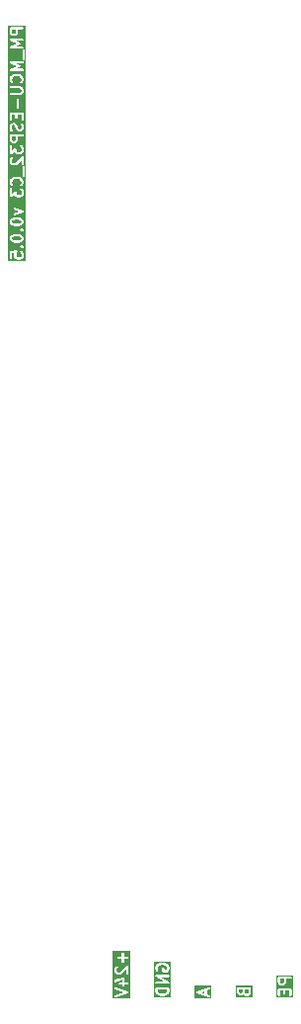
<source format=gbr>
%TF.GenerationSoftware,KiCad,Pcbnew,9.0.0*%
%TF.CreationDate,2025-03-09T10:42:14+03:00*%
%TF.ProjectId,PM_MCU-ESP32_C3,504d5f4d-4355-42d4-9553-5033325f4333,rev?*%
%TF.SameCoordinates,Original*%
%TF.FileFunction,Legend,Bot*%
%TF.FilePolarity,Positive*%
%FSLAX46Y46*%
G04 Gerber Fmt 4.6, Leading zero omitted, Abs format (unit mm)*
G04 Created by KiCad (PCBNEW 9.0.0) date 2025-03-09 10:42:14*
%MOMM*%
%LPD*%
G01*
G04 APERTURE LIST*
%ADD10C,0.200000*%
G04 APERTURE END LIST*
D10*
G36*
X21852219Y-46963862D02*
G01*
X21822414Y-47023471D01*
X21797746Y-47048138D01*
X21738135Y-47077945D01*
X21642492Y-47077945D01*
X21582882Y-47048140D01*
X21563430Y-47028688D01*
X21528409Y-46923623D01*
X21528409Y-46706517D01*
X21852219Y-46706517D01*
X21852219Y-46963862D01*
G37*
G36*
X21328409Y-46916243D02*
G01*
X21298604Y-46975852D01*
X21273935Y-47000520D01*
X21214326Y-47030326D01*
X21166302Y-47030326D01*
X21106692Y-47000521D01*
X21082024Y-46975852D01*
X21052219Y-46916242D01*
X21052219Y-46706517D01*
X21328409Y-46706517D01*
X21328409Y-46916243D01*
G37*
G36*
X22163330Y-47389056D02*
G01*
X20741108Y-47389056D01*
X20741108Y-46606517D01*
X20852219Y-46606517D01*
X20852219Y-46939850D01*
X20854140Y-46959359D01*
X20855515Y-46962679D01*
X20855770Y-46966263D01*
X20862776Y-46984571D01*
X20910395Y-47079809D01*
X20915680Y-47088205D01*
X20916691Y-47090645D01*
X20918944Y-47093391D01*
X20920838Y-47096399D01*
X20922832Y-47098128D01*
X20929127Y-47105799D01*
X20976746Y-47153417D01*
X20984412Y-47159709D01*
X20986145Y-47161707D01*
X20989153Y-47163600D01*
X20991899Y-47165854D01*
X20994339Y-47166864D01*
X21002736Y-47172150D01*
X21097973Y-47219769D01*
X21116282Y-47226775D01*
X21119865Y-47227029D01*
X21123186Y-47228405D01*
X21142695Y-47230326D01*
X21237933Y-47230326D01*
X21257442Y-47228405D01*
X21260762Y-47227029D01*
X21264346Y-47226775D01*
X21282654Y-47219769D01*
X21377892Y-47172150D01*
X21386288Y-47166864D01*
X21388728Y-47165854D01*
X21391474Y-47163600D01*
X21394482Y-47161707D01*
X21396211Y-47159712D01*
X21403882Y-47153418D01*
X21404670Y-47152629D01*
X21405317Y-47153418D01*
X21452936Y-47201036D01*
X21460602Y-47207328D01*
X21462335Y-47209326D01*
X21465343Y-47211219D01*
X21468089Y-47213473D01*
X21470529Y-47214483D01*
X21478926Y-47219769D01*
X21574163Y-47267388D01*
X21592472Y-47274394D01*
X21596055Y-47274648D01*
X21599376Y-47276024D01*
X21618885Y-47277945D01*
X21761742Y-47277945D01*
X21781251Y-47276024D01*
X21784571Y-47274648D01*
X21788155Y-47274394D01*
X21806463Y-47267388D01*
X21901701Y-47219769D01*
X21910093Y-47214485D01*
X21912537Y-47213474D01*
X21915286Y-47211217D01*
X21918291Y-47209326D01*
X21920020Y-47207331D01*
X21927690Y-47201037D01*
X21975310Y-47153419D01*
X21981603Y-47145750D01*
X21983600Y-47144019D01*
X21985493Y-47141010D01*
X21987747Y-47138265D01*
X21988757Y-47135824D01*
X21994043Y-47127428D01*
X22041662Y-47032191D01*
X22048668Y-47013882D01*
X22048922Y-47010298D01*
X22050298Y-47006978D01*
X22052219Y-46987469D01*
X22052219Y-46606517D01*
X22050298Y-46587008D01*
X22035366Y-46550960D01*
X22007776Y-46523370D01*
X21971728Y-46508438D01*
X21952219Y-46506517D01*
X20952219Y-46506517D01*
X20932710Y-46508438D01*
X20896662Y-46523370D01*
X20869072Y-46550960D01*
X20854140Y-46587008D01*
X20852219Y-46606517D01*
X20741108Y-46606517D01*
X20741108Y-46395406D01*
X22163330Y-46395406D01*
X22163330Y-47389056D01*
G37*
G36*
X24876028Y-46059100D02*
G01*
X24846223Y-46118709D01*
X24821554Y-46143377D01*
X24761945Y-46173183D01*
X24666302Y-46173183D01*
X24606692Y-46143378D01*
X24582024Y-46118709D01*
X24552219Y-46059099D01*
X24552219Y-45801755D01*
X24876028Y-45801755D01*
X24876028Y-46059100D01*
G37*
G36*
X25663330Y-47387135D02*
G01*
X24241108Y-47387135D01*
X24241108Y-46701755D01*
X24352219Y-46701755D01*
X24352219Y-47177945D01*
X24354140Y-47197454D01*
X24369072Y-47233502D01*
X24396662Y-47261092D01*
X24432710Y-47276024D01*
X24471728Y-47276024D01*
X24507776Y-47261092D01*
X24535366Y-47233502D01*
X24550298Y-47197454D01*
X24552219Y-47177945D01*
X24552219Y-46801755D01*
X24828409Y-46801755D01*
X24828409Y-47035088D01*
X24830330Y-47054597D01*
X24845262Y-47090645D01*
X24872852Y-47118235D01*
X24908900Y-47133167D01*
X24947918Y-47133167D01*
X24983966Y-47118235D01*
X25011556Y-47090645D01*
X25026488Y-47054597D01*
X25028409Y-47035088D01*
X25028409Y-46801755D01*
X25352219Y-46801755D01*
X25352219Y-47177945D01*
X25354140Y-47197454D01*
X25369072Y-47233502D01*
X25396662Y-47261092D01*
X25432710Y-47276024D01*
X25471728Y-47276024D01*
X25507776Y-47261092D01*
X25535366Y-47233502D01*
X25550298Y-47197454D01*
X25552219Y-47177945D01*
X25552219Y-46701755D01*
X25550298Y-46682246D01*
X25535366Y-46646198D01*
X25507776Y-46618608D01*
X25471728Y-46603676D01*
X25452219Y-46601755D01*
X24452219Y-46601755D01*
X24432710Y-46603676D01*
X24396662Y-46618608D01*
X24369072Y-46646198D01*
X24354140Y-46682246D01*
X24352219Y-46701755D01*
X24241108Y-46701755D01*
X24241108Y-45701755D01*
X24352219Y-45701755D01*
X24352219Y-46082707D01*
X24354140Y-46102216D01*
X24355515Y-46105536D01*
X24355770Y-46109120D01*
X24362776Y-46127428D01*
X24410395Y-46222666D01*
X24415680Y-46231062D01*
X24416691Y-46233502D01*
X24418944Y-46236248D01*
X24420838Y-46239256D01*
X24422832Y-46240985D01*
X24429127Y-46248656D01*
X24476746Y-46296274D01*
X24484412Y-46302566D01*
X24486145Y-46304564D01*
X24489153Y-46306457D01*
X24491899Y-46308711D01*
X24494339Y-46309721D01*
X24502736Y-46315007D01*
X24597973Y-46362626D01*
X24616282Y-46369632D01*
X24619865Y-46369886D01*
X24623186Y-46371262D01*
X24642695Y-46373183D01*
X24785552Y-46373183D01*
X24805061Y-46371262D01*
X24808381Y-46369886D01*
X24811965Y-46369632D01*
X24830273Y-46362626D01*
X24925511Y-46315007D01*
X24933907Y-46309721D01*
X24936347Y-46308711D01*
X24939093Y-46306457D01*
X24942101Y-46304564D01*
X24943830Y-46302569D01*
X24951501Y-46296275D01*
X24999119Y-46248656D01*
X25005411Y-46240989D01*
X25007409Y-46239257D01*
X25009302Y-46236248D01*
X25011556Y-46233503D01*
X25012566Y-46231062D01*
X25017852Y-46222666D01*
X25065471Y-46127429D01*
X25072477Y-46109120D01*
X25072731Y-46105536D01*
X25074107Y-46102216D01*
X25076028Y-46082707D01*
X25076028Y-45801755D01*
X25452219Y-45801755D01*
X25471728Y-45799834D01*
X25507776Y-45784902D01*
X25535366Y-45757312D01*
X25550298Y-45721264D01*
X25550298Y-45682246D01*
X25535366Y-45646198D01*
X25507776Y-45618608D01*
X25471728Y-45603676D01*
X25452219Y-45601755D01*
X24452219Y-45601755D01*
X24432710Y-45603676D01*
X24396662Y-45618608D01*
X24369072Y-45646198D01*
X24354140Y-45682246D01*
X24352219Y-45701755D01*
X24241108Y-45701755D01*
X24241108Y-45490644D01*
X25663330Y-45490644D01*
X25663330Y-47387135D01*
G37*
G36*
X2226837Y17774071D02*
G01*
X2297746Y17738616D01*
X2322414Y17713949D01*
X2352219Y17654339D01*
X2352219Y17606315D01*
X2322414Y17546706D01*
X2297746Y17522039D01*
X2226837Y17486584D01*
X2058956Y17444613D01*
X1845480Y17444613D01*
X1677599Y17486584D01*
X1606692Y17522037D01*
X1582024Y17546706D01*
X1552219Y17606316D01*
X1552219Y17654339D01*
X1582024Y17713949D01*
X1606692Y17738618D01*
X1677599Y17774071D01*
X1845480Y17816041D01*
X2058956Y17816041D01*
X2226837Y17774071D01*
G37*
G36*
X2226837Y19202642D02*
G01*
X2297746Y19167187D01*
X2322414Y19142520D01*
X2352219Y19082910D01*
X2352219Y19034886D01*
X2322414Y18975277D01*
X2297746Y18950610D01*
X2226837Y18915155D01*
X2058956Y18873184D01*
X1845480Y18873184D01*
X1677599Y18915155D01*
X1606692Y18950608D01*
X1582024Y18975277D01*
X1552219Y19034887D01*
X1552219Y19082910D01*
X1582024Y19142520D01*
X1606692Y19167189D01*
X1677599Y19202642D01*
X1845480Y19244612D01*
X2058956Y19244612D01*
X2226837Y19202642D01*
G37*
G36*
X1876028Y26082506D02*
G01*
X1846223Y26022897D01*
X1821554Y25998229D01*
X1761945Y25968423D01*
X1666302Y25968423D01*
X1606692Y25998228D01*
X1582024Y26022897D01*
X1552219Y26082507D01*
X1552219Y26339851D01*
X1876028Y26339851D01*
X1876028Y26082506D01*
G37*
G36*
X1876028Y35272982D02*
G01*
X1846223Y35213373D01*
X1821554Y35188705D01*
X1761945Y35158899D01*
X1666302Y35158899D01*
X1606692Y35188704D01*
X1582024Y35213373D01*
X1552219Y35272983D01*
X1552219Y35530327D01*
X1876028Y35530327D01*
X1876028Y35272982D01*
G37*
G36*
X2758568Y15704931D02*
G01*
X1241108Y15704931D01*
X1241108Y16439851D01*
X1352219Y16439851D01*
X1352219Y15963661D01*
X1354140Y15944152D01*
X1369072Y15908104D01*
X1396662Y15880514D01*
X1432710Y15865582D01*
X1471728Y15865582D01*
X1507776Y15880514D01*
X1535366Y15908104D01*
X1550298Y15944152D01*
X1552219Y15963661D01*
X1552219Y16349352D01*
X1736491Y16367780D01*
X1736467Y16367443D01*
X1735092Y16364122D01*
X1733171Y16344613D01*
X1733171Y16106518D01*
X1735092Y16087009D01*
X1736467Y16083689D01*
X1736722Y16080105D01*
X1743728Y16061797D01*
X1791347Y15966559D01*
X1796632Y15958163D01*
X1797643Y15955723D01*
X1799896Y15952977D01*
X1801790Y15949969D01*
X1803784Y15948240D01*
X1810079Y15940569D01*
X1857698Y15892951D01*
X1865364Y15886659D01*
X1867097Y15884661D01*
X1870105Y15882768D01*
X1872851Y15880514D01*
X1875291Y15879504D01*
X1883688Y15874218D01*
X1978925Y15826599D01*
X1997234Y15819593D01*
X2000817Y15819339D01*
X2004138Y15817963D01*
X2023647Y15816042D01*
X2261742Y15816042D01*
X2281251Y15817963D01*
X2284571Y15819339D01*
X2288155Y15819593D01*
X2306463Y15826599D01*
X2401701Y15874218D01*
X2410093Y15879502D01*
X2412537Y15880513D01*
X2415286Y15882770D01*
X2418291Y15884661D01*
X2420020Y15886656D01*
X2427690Y15892950D01*
X2475310Y15940568D01*
X2481603Y15948237D01*
X2483600Y15949968D01*
X2485493Y15952977D01*
X2487747Y15955722D01*
X2488757Y15958163D01*
X2494043Y15966559D01*
X2541662Y16061796D01*
X2548668Y16080105D01*
X2548922Y16083689D01*
X2550298Y16087009D01*
X2552219Y16106518D01*
X2552219Y16344613D01*
X2550298Y16364122D01*
X2548922Y16367443D01*
X2548668Y16371026D01*
X2541662Y16389335D01*
X2494043Y16484572D01*
X2488757Y16492969D01*
X2487747Y16495409D01*
X2485493Y16498155D01*
X2483600Y16501163D01*
X2481603Y16502895D01*
X2475310Y16510563D01*
X2427690Y16558181D01*
X2412537Y16570618D01*
X2376488Y16585549D01*
X2337470Y16585548D01*
X2301422Y16570617D01*
X2273832Y16543027D01*
X2258901Y16506978D01*
X2258902Y16467960D01*
X2273833Y16431912D01*
X2286270Y16416759D01*
X2322414Y16380616D01*
X2352219Y16321006D01*
X2352219Y16130125D01*
X2322414Y16070516D01*
X2297746Y16045849D01*
X2238135Y16016042D01*
X2047254Y16016042D01*
X1987644Y16045847D01*
X1962976Y16070516D01*
X1933171Y16130126D01*
X1933171Y16321006D01*
X1962976Y16380616D01*
X1999119Y16416759D01*
X2011556Y16431912D01*
X2013483Y16436567D01*
X2016671Y16440462D01*
X2020893Y16454456D01*
X2026487Y16467961D01*
X2026487Y16472995D01*
X2027942Y16477817D01*
X2026487Y16492369D01*
X2026487Y16506979D01*
X2024561Y16511629D01*
X2024060Y16516641D01*
X2017148Y16529525D01*
X2011556Y16543027D01*
X2007995Y16546588D01*
X2005615Y16551025D01*
X1994302Y16560281D01*
X1983966Y16570617D01*
X1979313Y16572545D01*
X1975417Y16575732D01*
X1961422Y16579955D01*
X1947918Y16585548D01*
X1942884Y16585548D01*
X1938062Y16587003D01*
X1918459Y16586974D01*
X1442269Y16539355D01*
X1435160Y16537930D01*
X1432710Y16537930D01*
X1430412Y16536979D01*
X1423048Y16535502D01*
X1410167Y16528593D01*
X1396662Y16522998D01*
X1393101Y16519438D01*
X1388664Y16517057D01*
X1379408Y16505745D01*
X1369072Y16495408D01*
X1367144Y16490756D01*
X1363957Y16486859D01*
X1359736Y16472870D01*
X1354140Y16459360D01*
X1353403Y16451883D01*
X1352686Y16449504D01*
X1352929Y16447068D01*
X1352219Y16439851D01*
X1241108Y16439851D01*
X1241108Y16935550D01*
X2258901Y16935550D01*
X2258901Y16896532D01*
X2260385Y16892949D01*
X2273832Y16860484D01*
X2273833Y16860483D01*
X2286270Y16845330D01*
X2333890Y16797711D01*
X2349043Y16785274D01*
X2374533Y16774717D01*
X2385091Y16770343D01*
X2385092Y16770343D01*
X2424109Y16770343D01*
X2445226Y16779091D01*
X2460158Y16785275D01*
X2460162Y16785280D01*
X2475311Y16797711D01*
X2522929Y16845330D01*
X2535366Y16860483D01*
X2546735Y16887931D01*
X2550298Y16896532D01*
X2550298Y16935550D01*
X2535366Y16971598D01*
X2535366Y16971599D01*
X2522929Y16986752D01*
X2475311Y17034371D01*
X2460162Y17046803D01*
X2460158Y17046807D01*
X2445226Y17052992D01*
X2424109Y17061739D01*
X2385091Y17061739D01*
X2374533Y17057366D01*
X2349043Y17046808D01*
X2333890Y17034371D01*
X2286270Y16986752D01*
X2273833Y16971599D01*
X2273832Y16971598D01*
X2263274Y16946108D01*
X2258901Y16935550D01*
X1241108Y16935550D01*
X1241108Y17677946D01*
X1352219Y17677946D01*
X1352219Y17582708D01*
X1354140Y17563199D01*
X1355515Y17559879D01*
X1355770Y17556295D01*
X1362776Y17537987D01*
X1410395Y17442749D01*
X1415680Y17434353D01*
X1416691Y17431913D01*
X1418944Y17429167D01*
X1420838Y17426159D01*
X1422832Y17424430D01*
X1429127Y17416759D01*
X1476746Y17369141D01*
X1484412Y17362849D01*
X1486145Y17360851D01*
X1489153Y17358958D01*
X1491899Y17356704D01*
X1494339Y17355694D01*
X1502736Y17350408D01*
X1597973Y17302789D01*
X1599401Y17302243D01*
X1599981Y17301813D01*
X1608157Y17298892D01*
X1616282Y17295783D01*
X1617002Y17295732D01*
X1618441Y17295218D01*
X1808917Y17247599D01*
X1812298Y17247099D01*
X1813662Y17246534D01*
X1821012Y17245811D01*
X1828310Y17244731D01*
X1829768Y17244949D01*
X1833171Y17244613D01*
X2071266Y17244613D01*
X2074668Y17244949D01*
X2076127Y17244731D01*
X2083424Y17245811D01*
X2090775Y17246534D01*
X2092138Y17247099D01*
X2095520Y17247599D01*
X2285995Y17295218D01*
X2287432Y17295732D01*
X2288155Y17295783D01*
X2296279Y17298892D01*
X2304456Y17301813D01*
X2305036Y17302244D01*
X2306463Y17302789D01*
X2401701Y17350408D01*
X2410093Y17355692D01*
X2412537Y17356703D01*
X2415286Y17358960D01*
X2418291Y17360851D01*
X2420020Y17362846D01*
X2427690Y17369140D01*
X2475310Y17416758D01*
X2481603Y17424427D01*
X2483600Y17426158D01*
X2485493Y17429167D01*
X2487747Y17431912D01*
X2488757Y17434353D01*
X2494043Y17442749D01*
X2541662Y17537986D01*
X2548668Y17556295D01*
X2548922Y17559879D01*
X2550298Y17563199D01*
X2552219Y17582708D01*
X2552219Y17677946D01*
X2550298Y17697455D01*
X2548922Y17700776D01*
X2548668Y17704359D01*
X2541662Y17722668D01*
X2494043Y17817905D01*
X2488757Y17826302D01*
X2487747Y17828742D01*
X2485493Y17831488D01*
X2483600Y17834496D01*
X2481603Y17836228D01*
X2475310Y17843896D01*
X2427690Y17891514D01*
X2420020Y17897809D01*
X2418291Y17899803D01*
X2415286Y17901695D01*
X2412537Y17903951D01*
X2410093Y17904963D01*
X2401701Y17910246D01*
X2306463Y17957865D01*
X2305036Y17958411D01*
X2304456Y17958841D01*
X2296279Y17961763D01*
X2288155Y17964871D01*
X2287432Y17964923D01*
X2285995Y17965436D01*
X2095520Y18013055D01*
X2092138Y18013556D01*
X2090775Y18014120D01*
X2083424Y18014844D01*
X2076127Y18015923D01*
X2074668Y18015706D01*
X2071266Y18016041D01*
X1833171Y18016041D01*
X1829768Y18015706D01*
X1828310Y18015923D01*
X1821012Y18014844D01*
X1813662Y18014120D01*
X1812298Y18013556D01*
X1808917Y18013055D01*
X1618441Y17965436D01*
X1617002Y17964923D01*
X1616282Y17964871D01*
X1608157Y17961763D01*
X1599981Y17958841D01*
X1599401Y17958412D01*
X1597973Y17957865D01*
X1502736Y17910246D01*
X1494339Y17904961D01*
X1491899Y17903950D01*
X1489153Y17901697D01*
X1486145Y17899803D01*
X1484412Y17897806D01*
X1476746Y17891513D01*
X1429127Y17843895D01*
X1422832Y17836225D01*
X1420838Y17834495D01*
X1418944Y17831488D01*
X1416691Y17828741D01*
X1415680Y17826302D01*
X1410395Y17817905D01*
X1362776Y17722667D01*
X1355770Y17704359D01*
X1355515Y17700776D01*
X1354140Y17697455D01*
X1352219Y17677946D01*
X1241108Y17677946D01*
X1241108Y18364121D01*
X2258901Y18364121D01*
X2258901Y18325103D01*
X2260385Y18321520D01*
X2273832Y18289055D01*
X2273833Y18289054D01*
X2286270Y18273901D01*
X2333890Y18226282D01*
X2349043Y18213845D01*
X2374533Y18203288D01*
X2385091Y18198914D01*
X2385092Y18198914D01*
X2424109Y18198914D01*
X2445226Y18207662D01*
X2460158Y18213846D01*
X2460162Y18213851D01*
X2475311Y18226282D01*
X2522929Y18273901D01*
X2535366Y18289054D01*
X2546735Y18316502D01*
X2550298Y18325103D01*
X2550298Y18364121D01*
X2535366Y18400169D01*
X2535366Y18400170D01*
X2522929Y18415323D01*
X2475311Y18462942D01*
X2460162Y18475374D01*
X2460158Y18475378D01*
X2445226Y18481563D01*
X2424109Y18490310D01*
X2385091Y18490310D01*
X2374533Y18485937D01*
X2349043Y18475379D01*
X2333890Y18462942D01*
X2286270Y18415323D01*
X2273833Y18400170D01*
X2273832Y18400169D01*
X2263274Y18374679D01*
X2258901Y18364121D01*
X1241108Y18364121D01*
X1241108Y19106517D01*
X1352219Y19106517D01*
X1352219Y19011279D01*
X1354140Y18991770D01*
X1355515Y18988450D01*
X1355770Y18984866D01*
X1362776Y18966558D01*
X1410395Y18871320D01*
X1415680Y18862924D01*
X1416691Y18860484D01*
X1418944Y18857738D01*
X1420838Y18854730D01*
X1422832Y18853001D01*
X1429127Y18845330D01*
X1476746Y18797712D01*
X1484412Y18791420D01*
X1486145Y18789422D01*
X1489153Y18787529D01*
X1491899Y18785275D01*
X1494339Y18784265D01*
X1502736Y18778979D01*
X1597973Y18731360D01*
X1599401Y18730814D01*
X1599981Y18730384D01*
X1608157Y18727463D01*
X1616282Y18724354D01*
X1617002Y18724303D01*
X1618441Y18723789D01*
X1808917Y18676170D01*
X1812298Y18675670D01*
X1813662Y18675105D01*
X1821012Y18674382D01*
X1828310Y18673302D01*
X1829768Y18673520D01*
X1833171Y18673184D01*
X2071266Y18673184D01*
X2074668Y18673520D01*
X2076127Y18673302D01*
X2083424Y18674382D01*
X2090775Y18675105D01*
X2092138Y18675670D01*
X2095520Y18676170D01*
X2285995Y18723789D01*
X2287432Y18724303D01*
X2288155Y18724354D01*
X2296279Y18727463D01*
X2304456Y18730384D01*
X2305036Y18730815D01*
X2306463Y18731360D01*
X2401701Y18778979D01*
X2410093Y18784263D01*
X2412537Y18785274D01*
X2415286Y18787531D01*
X2418291Y18789422D01*
X2420020Y18791417D01*
X2427690Y18797711D01*
X2475310Y18845329D01*
X2481603Y18852998D01*
X2483600Y18854729D01*
X2485493Y18857738D01*
X2487747Y18860483D01*
X2488757Y18862924D01*
X2494043Y18871320D01*
X2541662Y18966557D01*
X2548668Y18984866D01*
X2548922Y18988450D01*
X2550298Y18991770D01*
X2552219Y19011279D01*
X2552219Y19106517D01*
X2550298Y19126026D01*
X2548922Y19129347D01*
X2548668Y19132930D01*
X2541662Y19151239D01*
X2494043Y19246476D01*
X2488757Y19254873D01*
X2487747Y19257313D01*
X2485493Y19260059D01*
X2483600Y19263067D01*
X2481603Y19264799D01*
X2475310Y19272467D01*
X2427690Y19320085D01*
X2420020Y19326380D01*
X2418291Y19328374D01*
X2415286Y19330266D01*
X2412537Y19332522D01*
X2410093Y19333534D01*
X2401701Y19338817D01*
X2306463Y19386436D01*
X2305036Y19386982D01*
X2304456Y19387412D01*
X2296279Y19390334D01*
X2288155Y19393442D01*
X2287432Y19393494D01*
X2285995Y19394007D01*
X2095520Y19441626D01*
X2092138Y19442127D01*
X2090775Y19442691D01*
X2083424Y19443415D01*
X2076127Y19444494D01*
X2074668Y19444277D01*
X2071266Y19444612D01*
X1833171Y19444612D01*
X1829768Y19444277D01*
X1828310Y19444494D01*
X1821012Y19443415D01*
X1813662Y19442691D01*
X1812298Y19442127D01*
X1808917Y19441626D01*
X1618441Y19394007D01*
X1617002Y19393494D01*
X1616282Y19393442D01*
X1608157Y19390334D01*
X1599981Y19387412D01*
X1599401Y19386983D01*
X1597973Y19386436D01*
X1502736Y19338817D01*
X1494339Y19333532D01*
X1491899Y19332521D01*
X1489153Y19330268D01*
X1486145Y19328374D01*
X1484412Y19326377D01*
X1476746Y19320084D01*
X1429127Y19272466D01*
X1422832Y19264796D01*
X1420838Y19263066D01*
X1418944Y19260059D01*
X1416691Y19257312D01*
X1415680Y19254873D01*
X1410395Y19246476D01*
X1362776Y19151238D01*
X1355770Y19132930D01*
X1355515Y19129347D01*
X1354140Y19126026D01*
X1352219Y19106517D01*
X1241108Y19106517D01*
X1241108Y20168751D01*
X1686625Y20168751D01*
X1688563Y20129781D01*
X1705266Y20094519D01*
X1734192Y20068332D01*
X1751918Y20059962D01*
X2154897Y19916041D01*
X1751918Y19772120D01*
X1734192Y19763750D01*
X1705266Y19737563D01*
X1688563Y19702301D01*
X1686625Y19663331D01*
X1699748Y19626586D01*
X1725935Y19597660D01*
X1761197Y19580957D01*
X1800167Y19579019D01*
X1819186Y19583772D01*
X2485852Y19821867D01*
X2503579Y19830237D01*
X2507301Y19833608D01*
X2511836Y19835755D01*
X2521657Y19846605D01*
X2532504Y19856424D01*
X2534651Y19860959D01*
X2538022Y19864681D01*
X2542943Y19878463D01*
X2549208Y19891686D01*
X2549457Y19896701D01*
X2551145Y19901426D01*
X2550418Y19916041D01*
X2551145Y19930656D01*
X2549457Y19935382D01*
X2549208Y19940396D01*
X2542943Y19953620D01*
X2538022Y19967401D01*
X2534651Y19971124D01*
X2532504Y19975658D01*
X2521657Y19985478D01*
X2511836Y19996327D01*
X2507301Y19998475D01*
X2503579Y20001845D01*
X2485852Y20010215D01*
X1819186Y20248310D01*
X1800167Y20253063D01*
X1761197Y20251125D01*
X1725935Y20234422D01*
X1699748Y20205496D01*
X1686625Y20168751D01*
X1241108Y20168751D01*
X1241108Y21868422D01*
X1352219Y21868422D01*
X1352219Y21249375D01*
X1353234Y21239058D01*
X1353060Y21236433D01*
X1353671Y21234626D01*
X1354140Y21229866D01*
X1360355Y21214861D01*
X1365560Y21199472D01*
X1367781Y21196933D01*
X1369072Y21193818D01*
X1380556Y21182334D01*
X1391254Y21170108D01*
X1394277Y21168613D01*
X1396662Y21166228D01*
X1411668Y21160012D01*
X1426229Y21152811D01*
X1429594Y21152587D01*
X1432710Y21151296D01*
X1448958Y21151296D01*
X1465161Y21150216D01*
X1468354Y21151296D01*
X1471728Y21151296D01*
X1486733Y21157512D01*
X1502122Y21162716D01*
X1506012Y21165498D01*
X1507776Y21166228D01*
X1509635Y21168088D01*
X1518069Y21174117D01*
X1751923Y21378740D01*
X1791347Y21299892D01*
X1796632Y21291496D01*
X1797643Y21289056D01*
X1799896Y21286310D01*
X1801790Y21283302D01*
X1803784Y21281573D01*
X1810079Y21273902D01*
X1857698Y21226284D01*
X1865364Y21219992D01*
X1867097Y21217994D01*
X1870105Y21216101D01*
X1872851Y21213847D01*
X1875291Y21212837D01*
X1883688Y21207551D01*
X1978925Y21159932D01*
X1997234Y21152926D01*
X2000817Y21152672D01*
X2004138Y21151296D01*
X2023647Y21149375D01*
X2261742Y21149375D01*
X2281251Y21151296D01*
X2284571Y21152672D01*
X2288155Y21152926D01*
X2306463Y21159932D01*
X2401701Y21207551D01*
X2410093Y21212835D01*
X2412537Y21213846D01*
X2415286Y21216103D01*
X2418291Y21217994D01*
X2420020Y21219989D01*
X2427690Y21226283D01*
X2475310Y21273901D01*
X2481603Y21281570D01*
X2483600Y21283301D01*
X2485493Y21286310D01*
X2487747Y21289055D01*
X2488757Y21291496D01*
X2494043Y21299892D01*
X2541662Y21395129D01*
X2548668Y21413438D01*
X2548922Y21417022D01*
X2550298Y21420342D01*
X2552219Y21439851D01*
X2552219Y21725565D01*
X2550298Y21745074D01*
X2548922Y21748395D01*
X2548668Y21751978D01*
X2541662Y21770287D01*
X2494043Y21865524D01*
X2488757Y21873921D01*
X2487747Y21876361D01*
X2485493Y21879107D01*
X2483600Y21882115D01*
X2481603Y21883847D01*
X2475310Y21891515D01*
X2427690Y21939133D01*
X2412537Y21951570D01*
X2376488Y21966501D01*
X2337470Y21966500D01*
X2301422Y21951569D01*
X2273832Y21923979D01*
X2258901Y21887930D01*
X2258902Y21848912D01*
X2273833Y21812864D01*
X2286270Y21797711D01*
X2322414Y21761568D01*
X2352219Y21701958D01*
X2352219Y21463458D01*
X2322414Y21403849D01*
X2297746Y21379182D01*
X2238135Y21349375D01*
X2047254Y21349375D01*
X1987644Y21379180D01*
X1962976Y21403849D01*
X1933171Y21463459D01*
X1933171Y21582708D01*
X1932155Y21593026D01*
X1932330Y21595650D01*
X1931718Y21597458D01*
X1931250Y21602217D01*
X1925035Y21617221D01*
X1919830Y21632612D01*
X1917607Y21635152D01*
X1916318Y21638265D01*
X1904840Y21649743D01*
X1894136Y21661976D01*
X1891111Y21663472D01*
X1888728Y21665855D01*
X1873726Y21672070D01*
X1859161Y21679272D01*
X1855795Y21679497D01*
X1852680Y21680787D01*
X1836432Y21680787D01*
X1820229Y21681867D01*
X1817036Y21680787D01*
X1813662Y21680787D01*
X1798656Y21674572D01*
X1783268Y21669367D01*
X1779377Y21666586D01*
X1777614Y21665855D01*
X1775754Y21663996D01*
X1767321Y21657966D01*
X1552219Y21469752D01*
X1552219Y21868422D01*
X1550298Y21887931D01*
X1535366Y21923979D01*
X1507776Y21951569D01*
X1471728Y21966501D01*
X1432710Y21966501D01*
X1396662Y21951569D01*
X1369072Y21923979D01*
X1354140Y21887931D01*
X1352219Y21868422D01*
X1241108Y21868422D01*
X1241108Y22487470D01*
X1352219Y22487470D01*
X1352219Y22392232D01*
X1353191Y22382359D01*
X1353004Y22379725D01*
X1353791Y22376262D01*
X1354140Y22372723D01*
X1355151Y22370281D01*
X1357351Y22360609D01*
X1404970Y22217753D01*
X1412961Y22199852D01*
X1415316Y22197137D01*
X1416691Y22193818D01*
X1429127Y22178664D01*
X1476746Y22131046D01*
X1491899Y22118609D01*
X1527948Y22103678D01*
X1566966Y22103678D01*
X1603014Y22118609D01*
X1630604Y22146199D01*
X1645535Y22182247D01*
X1645535Y22221265D01*
X1630604Y22257314D01*
X1618167Y22272467D01*
X1587240Y22303394D01*
X1552219Y22408459D01*
X1552219Y22471243D01*
X1587240Y22576308D01*
X1654313Y22643380D01*
X1725218Y22678833D01*
X1893099Y22720803D01*
X2011337Y22720803D01*
X2179218Y22678833D01*
X2250127Y22643379D01*
X2317197Y22576309D01*
X2352219Y22471244D01*
X2352219Y22408459D01*
X2317197Y22303394D01*
X2286270Y22272467D01*
X2273833Y22257314D01*
X2258902Y22221266D01*
X2258901Y22182248D01*
X2273832Y22146199D01*
X2301422Y22118609D01*
X2337470Y22103678D01*
X2376488Y22103677D01*
X2412537Y22118608D01*
X2427690Y22131045D01*
X2475310Y22178663D01*
X2487747Y22193817D01*
X2489122Y22197137D01*
X2491477Y22199852D01*
X2499468Y22217752D01*
X2547087Y22360609D01*
X2549286Y22370282D01*
X2550298Y22372723D01*
X2550646Y22376261D01*
X2551434Y22379724D01*
X2551246Y22382359D01*
X2552219Y22392232D01*
X2552219Y22487470D01*
X2551246Y22497344D01*
X2551434Y22499978D01*
X2550646Y22503442D01*
X2550298Y22506979D01*
X2549286Y22509421D01*
X2547087Y22519093D01*
X2499468Y22661950D01*
X2491477Y22679850D01*
X2489122Y22682566D01*
X2487747Y22685885D01*
X2475311Y22701038D01*
X2380071Y22796276D01*
X2372401Y22802571D01*
X2370672Y22804565D01*
X2367667Y22806457D01*
X2364918Y22808713D01*
X2362474Y22809726D01*
X2354082Y22815008D01*
X2258844Y22862627D01*
X2257417Y22863173D01*
X2256837Y22863603D01*
X2248660Y22866525D01*
X2240536Y22869633D01*
X2239813Y22869685D01*
X2238376Y22870198D01*
X2047901Y22917817D01*
X2044519Y22918318D01*
X2043156Y22918882D01*
X2035805Y22919606D01*
X2028508Y22920685D01*
X2027049Y22920468D01*
X2023647Y22920803D01*
X1880790Y22920803D01*
X1877387Y22920468D01*
X1875929Y22920685D01*
X1868631Y22919606D01*
X1861281Y22918882D01*
X1859917Y22918318D01*
X1856536Y22917817D01*
X1666060Y22870198D01*
X1664621Y22869685D01*
X1663901Y22869633D01*
X1655776Y22866525D01*
X1647600Y22863603D01*
X1647020Y22863174D01*
X1645592Y22862627D01*
X1550355Y22815008D01*
X1541956Y22809722D01*
X1539519Y22808712D01*
X1536775Y22806461D01*
X1533764Y22804565D01*
X1532031Y22802568D01*
X1524365Y22796276D01*
X1429127Y22701038D01*
X1416691Y22685884D01*
X1415316Y22682566D01*
X1412961Y22679850D01*
X1404970Y22661949D01*
X1357351Y22519093D01*
X1355151Y22509422D01*
X1354140Y22506979D01*
X1353791Y22503441D01*
X1353004Y22499977D01*
X1353191Y22497344D01*
X1352219Y22487470D01*
X1241108Y22487470D01*
X1241108Y23773184D01*
X2447457Y23773184D01*
X2447457Y23011280D01*
X2449378Y22991771D01*
X2464310Y22955723D01*
X2491900Y22928133D01*
X2527948Y22913201D01*
X2566966Y22913201D01*
X2603014Y22928133D01*
X2630604Y22955723D01*
X2645536Y22991771D01*
X2647457Y23011280D01*
X2647457Y23773184D01*
X2645536Y23792693D01*
X2630604Y23828741D01*
X2603014Y23856331D01*
X2566966Y23871263D01*
X2527948Y23871263D01*
X2491900Y23856331D01*
X2464310Y23828741D01*
X2449378Y23792693D01*
X2447457Y23773184D01*
X1241108Y23773184D01*
X1241108Y24392232D01*
X1352219Y24392232D01*
X1352219Y24154137D01*
X1354140Y24134628D01*
X1355515Y24131308D01*
X1355770Y24127724D01*
X1362776Y24109416D01*
X1410395Y24014178D01*
X1415680Y24005782D01*
X1416691Y24003342D01*
X1418944Y24000596D01*
X1420838Y23997588D01*
X1422832Y23995859D01*
X1429127Y23988188D01*
X1476746Y23940570D01*
X1484412Y23934278D01*
X1486145Y23932280D01*
X1489153Y23930387D01*
X1491899Y23928133D01*
X1494339Y23927123D01*
X1502736Y23921837D01*
X1597973Y23874218D01*
X1616282Y23867212D01*
X1619865Y23866958D01*
X1623186Y23865582D01*
X1642695Y23863661D01*
X1737933Y23863661D01*
X1747806Y23864634D01*
X1750440Y23864446D01*
X1753903Y23865234D01*
X1757442Y23865582D01*
X1759884Y23866594D01*
X1769556Y23868793D01*
X1912412Y23916412D01*
X1930313Y23924403D01*
X1933028Y23926759D01*
X1936347Y23928133D01*
X1951501Y23940569D01*
X2352219Y24341287D01*
X2352219Y23963661D01*
X2354140Y23944152D01*
X2369072Y23908104D01*
X2396662Y23880514D01*
X2432710Y23865582D01*
X2471728Y23865582D01*
X2507776Y23880514D01*
X2535366Y23908104D01*
X2550298Y23944152D01*
X2552219Y23963661D01*
X2552219Y24582708D01*
X2550298Y24602217D01*
X2535366Y24638265D01*
X2507776Y24665855D01*
X2471728Y24680787D01*
X2432710Y24680787D01*
X2396662Y24665855D01*
X2381508Y24653419D01*
X1826770Y24098683D01*
X1721706Y24063661D01*
X1666302Y24063661D01*
X1606692Y24093466D01*
X1582024Y24118135D01*
X1552219Y24177745D01*
X1552219Y24368625D01*
X1582024Y24428235D01*
X1618167Y24464378D01*
X1630604Y24479531D01*
X1645535Y24515580D01*
X1645535Y24554598D01*
X1630604Y24590646D01*
X1603014Y24618236D01*
X1566966Y24633167D01*
X1527948Y24633167D01*
X1491899Y24618236D01*
X1476746Y24605799D01*
X1429127Y24558181D01*
X1422832Y24550511D01*
X1420838Y24548781D01*
X1418944Y24545774D01*
X1416691Y24543027D01*
X1415680Y24540588D01*
X1410395Y24532191D01*
X1362776Y24436953D01*
X1355770Y24418645D01*
X1355515Y24415062D01*
X1354140Y24411741D01*
X1352219Y24392232D01*
X1241108Y24392232D01*
X1241108Y25535089D01*
X1352219Y25535089D01*
X1352219Y24916042D01*
X1353234Y24905725D01*
X1353060Y24903100D01*
X1353671Y24901293D01*
X1354140Y24896533D01*
X1360355Y24881528D01*
X1365560Y24866139D01*
X1367781Y24863600D01*
X1369072Y24860485D01*
X1380556Y24849001D01*
X1391254Y24836775D01*
X1394277Y24835280D01*
X1396662Y24832895D01*
X1411668Y24826679D01*
X1426229Y24819478D01*
X1429594Y24819254D01*
X1432710Y24817963D01*
X1448958Y24817963D01*
X1465161Y24816883D01*
X1468354Y24817963D01*
X1471728Y24817963D01*
X1486733Y24824179D01*
X1502122Y24829383D01*
X1506012Y24832165D01*
X1507776Y24832895D01*
X1509635Y24834755D01*
X1518069Y24840784D01*
X1751923Y25045407D01*
X1791347Y24966559D01*
X1796632Y24958163D01*
X1797643Y24955723D01*
X1799896Y24952977D01*
X1801790Y24949969D01*
X1803784Y24948240D01*
X1810079Y24940569D01*
X1857698Y24892951D01*
X1865364Y24886659D01*
X1867097Y24884661D01*
X1870105Y24882768D01*
X1872851Y24880514D01*
X1875291Y24879504D01*
X1883688Y24874218D01*
X1978925Y24826599D01*
X1997234Y24819593D01*
X2000817Y24819339D01*
X2004138Y24817963D01*
X2023647Y24816042D01*
X2261742Y24816042D01*
X2281251Y24817963D01*
X2284571Y24819339D01*
X2288155Y24819593D01*
X2306463Y24826599D01*
X2401701Y24874218D01*
X2410093Y24879502D01*
X2412537Y24880513D01*
X2415286Y24882770D01*
X2418291Y24884661D01*
X2420020Y24886656D01*
X2427690Y24892950D01*
X2475310Y24940568D01*
X2481603Y24948237D01*
X2483600Y24949968D01*
X2485493Y24952977D01*
X2487747Y24955722D01*
X2488757Y24958163D01*
X2494043Y24966559D01*
X2541662Y25061796D01*
X2548668Y25080105D01*
X2548922Y25083689D01*
X2550298Y25087009D01*
X2552219Y25106518D01*
X2552219Y25392232D01*
X2550298Y25411741D01*
X2548922Y25415062D01*
X2548668Y25418645D01*
X2541662Y25436954D01*
X2494043Y25532191D01*
X2488757Y25540588D01*
X2487747Y25543028D01*
X2485493Y25545774D01*
X2483600Y25548782D01*
X2481603Y25550514D01*
X2475310Y25558182D01*
X2427690Y25605800D01*
X2412537Y25618237D01*
X2376488Y25633168D01*
X2337470Y25633167D01*
X2301422Y25618236D01*
X2273832Y25590646D01*
X2258901Y25554597D01*
X2258902Y25515579D01*
X2273833Y25479531D01*
X2286270Y25464378D01*
X2322414Y25428235D01*
X2352219Y25368625D01*
X2352219Y25130125D01*
X2322414Y25070516D01*
X2297746Y25045849D01*
X2238135Y25016042D01*
X2047254Y25016042D01*
X1987644Y25045847D01*
X1962976Y25070516D01*
X1933171Y25130126D01*
X1933171Y25249375D01*
X1932155Y25259693D01*
X1932330Y25262317D01*
X1931718Y25264125D01*
X1931250Y25268884D01*
X1925035Y25283888D01*
X1919830Y25299279D01*
X1917607Y25301819D01*
X1916318Y25304932D01*
X1904840Y25316410D01*
X1894136Y25328643D01*
X1891111Y25330139D01*
X1888728Y25332522D01*
X1873726Y25338737D01*
X1859161Y25345939D01*
X1855795Y25346164D01*
X1852680Y25347454D01*
X1836432Y25347454D01*
X1820229Y25348534D01*
X1817036Y25347454D01*
X1813662Y25347454D01*
X1798656Y25341239D01*
X1783268Y25336034D01*
X1779377Y25333253D01*
X1777614Y25332522D01*
X1775754Y25330663D01*
X1767321Y25324633D01*
X1552219Y25136419D01*
X1552219Y25535089D01*
X1550298Y25554598D01*
X1535366Y25590646D01*
X1507776Y25618236D01*
X1471728Y25633168D01*
X1432710Y25633168D01*
X1396662Y25618236D01*
X1369072Y25590646D01*
X1354140Y25554598D01*
X1352219Y25535089D01*
X1241108Y25535089D01*
X1241108Y26439851D01*
X1352219Y26439851D01*
X1352219Y26058899D01*
X1354140Y26039390D01*
X1355515Y26036070D01*
X1355770Y26032486D01*
X1362776Y26014178D01*
X1410395Y25918940D01*
X1415680Y25910544D01*
X1416691Y25908104D01*
X1418944Y25905358D01*
X1420838Y25902350D01*
X1422832Y25900621D01*
X1429127Y25892950D01*
X1476746Y25845332D01*
X1484412Y25839040D01*
X1486145Y25837042D01*
X1489153Y25835149D01*
X1491899Y25832895D01*
X1494339Y25831885D01*
X1502736Y25826599D01*
X1597973Y25778980D01*
X1616282Y25771974D01*
X1619865Y25771720D01*
X1623186Y25770344D01*
X1642695Y25768423D01*
X1785552Y25768423D01*
X1805061Y25770344D01*
X1808381Y25771720D01*
X1811965Y25771974D01*
X1830273Y25778980D01*
X1925511Y25826599D01*
X1933907Y25831885D01*
X1936347Y25832895D01*
X1939093Y25835149D01*
X1942101Y25837042D01*
X1943830Y25839037D01*
X1951501Y25845331D01*
X1999119Y25892950D01*
X2005411Y25900617D01*
X2007409Y25902349D01*
X2009302Y25905358D01*
X2011556Y25908103D01*
X2012566Y25910544D01*
X2017852Y25918940D01*
X2065471Y26014177D01*
X2072477Y26032486D01*
X2072731Y26036070D01*
X2074107Y26039390D01*
X2076028Y26058899D01*
X2076028Y26339851D01*
X2452219Y26339851D01*
X2471728Y26341772D01*
X2507776Y26356704D01*
X2535366Y26384294D01*
X2550298Y26420342D01*
X2550298Y26459360D01*
X2535366Y26495408D01*
X2507776Y26522998D01*
X2471728Y26537930D01*
X2452219Y26539851D01*
X1452219Y26539851D01*
X1432710Y26537930D01*
X1396662Y26522998D01*
X1369072Y26495408D01*
X1354140Y26459360D01*
X1352219Y26439851D01*
X1241108Y26439851D01*
X1241108Y27249375D01*
X1352219Y27249375D01*
X1352219Y27011280D01*
X1353191Y27001407D01*
X1353004Y26998773D01*
X1353791Y26995310D01*
X1354140Y26991771D01*
X1355151Y26989329D01*
X1357351Y26979657D01*
X1404970Y26836801D01*
X1412961Y26818900D01*
X1438526Y26789424D01*
X1473425Y26771975D01*
X1512345Y26769208D01*
X1549361Y26781547D01*
X1578837Y26807112D01*
X1596287Y26842011D01*
X1599053Y26880931D01*
X1594706Y26900046D01*
X1552219Y27027507D01*
X1552219Y27225768D01*
X1582024Y27285378D01*
X1606692Y27310047D01*
X1666302Y27339851D01*
X1714326Y27339851D01*
X1773935Y27310046D01*
X1798604Y27285378D01*
X1834057Y27214471D01*
X1879014Y27034646D01*
X1879527Y27033209D01*
X1879579Y27032486D01*
X1882687Y27024362D01*
X1885609Y27016185D01*
X1886039Y27015605D01*
X1886585Y27014178D01*
X1934204Y26918940D01*
X1939489Y26910544D01*
X1940500Y26908104D01*
X1942753Y26905358D01*
X1944647Y26902350D01*
X1946641Y26900621D01*
X1952936Y26892950D01*
X2000555Y26845332D01*
X2008221Y26839040D01*
X2009954Y26837042D01*
X2012962Y26835149D01*
X2015708Y26832895D01*
X2018148Y26831885D01*
X2026545Y26826599D01*
X2121782Y26778980D01*
X2140091Y26771974D01*
X2143674Y26771720D01*
X2146995Y26770344D01*
X2166504Y26768423D01*
X2261742Y26768423D01*
X2281251Y26770344D01*
X2284571Y26771720D01*
X2288155Y26771974D01*
X2306463Y26778980D01*
X2401701Y26826599D01*
X2410093Y26831883D01*
X2412537Y26832894D01*
X2415286Y26835151D01*
X2418291Y26837042D01*
X2420020Y26839037D01*
X2427690Y26845331D01*
X2475310Y26892949D01*
X2481603Y26900618D01*
X2483600Y26902349D01*
X2485493Y26905358D01*
X2487747Y26908103D01*
X2488757Y26910544D01*
X2494043Y26918940D01*
X2541662Y27014177D01*
X2548668Y27032486D01*
X2548922Y27036070D01*
X2550298Y27039390D01*
X2552219Y27058899D01*
X2552219Y27296994D01*
X2551246Y27306868D01*
X2551434Y27309502D01*
X2550646Y27312966D01*
X2550298Y27316503D01*
X2549286Y27318945D01*
X2547087Y27328617D01*
X2499468Y27471474D01*
X2491477Y27489374D01*
X2465912Y27518850D01*
X2431013Y27536300D01*
X2392093Y27539066D01*
X2355077Y27526728D01*
X2325601Y27501163D01*
X2308151Y27466264D01*
X2305385Y27427344D01*
X2309732Y27408228D01*
X2352219Y27280768D01*
X2352219Y27082506D01*
X2322414Y27022897D01*
X2297746Y26998230D01*
X2238135Y26968423D01*
X2190111Y26968423D01*
X2130501Y26998228D01*
X2105833Y27022897D01*
X2070379Y27093804D01*
X2025423Y27273629D01*
X2024909Y27275068D01*
X2024858Y27275788D01*
X2021749Y27283913D01*
X2018828Y27292089D01*
X2018398Y27292669D01*
X2017852Y27294097D01*
X1970233Y27389334D01*
X1964947Y27397731D01*
X1963937Y27400171D01*
X1961683Y27402917D01*
X1959790Y27405925D01*
X1957792Y27407658D01*
X1951500Y27415324D01*
X1903882Y27462943D01*
X1896211Y27469238D01*
X1894482Y27471232D01*
X1891474Y27473126D01*
X1888728Y27475379D01*
X1886288Y27476390D01*
X1877892Y27481675D01*
X1782654Y27529294D01*
X1764346Y27536300D01*
X1760762Y27536555D01*
X1757442Y27537930D01*
X1737933Y27539851D01*
X1642695Y27539851D01*
X1623186Y27537930D01*
X1619865Y27536555D01*
X1616282Y27536300D01*
X1597973Y27529294D01*
X1502736Y27481675D01*
X1494339Y27476390D01*
X1491899Y27475379D01*
X1489153Y27473126D01*
X1486145Y27471232D01*
X1484412Y27469235D01*
X1476746Y27462942D01*
X1429127Y27415324D01*
X1422832Y27407654D01*
X1420838Y27405924D01*
X1418944Y27402917D01*
X1416691Y27400170D01*
X1415680Y27397731D01*
X1410395Y27389334D01*
X1362776Y27294096D01*
X1355770Y27275788D01*
X1355515Y27272205D01*
X1354140Y27268884D01*
X1352219Y27249375D01*
X1241108Y27249375D01*
X1241108Y28296994D01*
X1352219Y28296994D01*
X1352219Y27820804D01*
X1354140Y27801295D01*
X1369072Y27765247D01*
X1396662Y27737657D01*
X1432710Y27722725D01*
X1471728Y27722725D01*
X1507776Y27737657D01*
X1535366Y27765247D01*
X1550298Y27801295D01*
X1552219Y27820804D01*
X1552219Y28196994D01*
X1828409Y28196994D01*
X1828409Y27963661D01*
X1830330Y27944152D01*
X1845262Y27908104D01*
X1872852Y27880514D01*
X1908900Y27865582D01*
X1947918Y27865582D01*
X1983966Y27880514D01*
X2011556Y27908104D01*
X2026488Y27944152D01*
X2028409Y27963661D01*
X2028409Y28196994D01*
X2352219Y28196994D01*
X2352219Y27820804D01*
X2354140Y27801295D01*
X2369072Y27765247D01*
X2396662Y27737657D01*
X2432710Y27722725D01*
X2471728Y27722725D01*
X2507776Y27737657D01*
X2535366Y27765247D01*
X2550298Y27801295D01*
X2552219Y27820804D01*
X2552219Y28296994D01*
X2550298Y28316503D01*
X2535366Y28352551D01*
X2507776Y28380141D01*
X2471728Y28395073D01*
X2452219Y28396994D01*
X1452219Y28396994D01*
X1432710Y28395073D01*
X1396662Y28380141D01*
X1369072Y28352551D01*
X1354140Y28316503D01*
X1352219Y28296994D01*
X1241108Y28296994D01*
X1241108Y29535089D01*
X1971266Y29535089D01*
X1971266Y28773184D01*
X1973187Y28753675D01*
X1988119Y28717627D01*
X2015709Y28690037D01*
X2051757Y28675105D01*
X2090775Y28675105D01*
X2126823Y28690037D01*
X2154413Y28717627D01*
X2169345Y28753675D01*
X2171266Y28773184D01*
X2171266Y29535089D01*
X2169345Y29554598D01*
X2154413Y29590646D01*
X2126823Y29618236D01*
X2090775Y29633168D01*
X2051757Y29633168D01*
X2015709Y29618236D01*
X1988119Y29590646D01*
X1973187Y29554598D01*
X1971266Y29535089D01*
X1241108Y29535089D01*
X1241108Y30602217D01*
X1354140Y30602217D01*
X1354140Y30563199D01*
X1369072Y30527151D01*
X1396662Y30499561D01*
X1432710Y30484629D01*
X1452219Y30482708D01*
X2238135Y30482708D01*
X2297746Y30452902D01*
X2322414Y30428235D01*
X2352219Y30368625D01*
X2352219Y30225363D01*
X2322414Y30165754D01*
X2297746Y30141087D01*
X2238135Y30111280D01*
X1452219Y30111280D01*
X1432710Y30109359D01*
X1396662Y30094427D01*
X1369072Y30066837D01*
X1354140Y30030789D01*
X1354140Y29991771D01*
X1369072Y29955723D01*
X1396662Y29928133D01*
X1432710Y29913201D01*
X1452219Y29911280D01*
X2261742Y29911280D01*
X2281251Y29913201D01*
X2284571Y29914577D01*
X2288155Y29914831D01*
X2306463Y29921837D01*
X2401701Y29969456D01*
X2410093Y29974740D01*
X2412537Y29975751D01*
X2415286Y29978008D01*
X2418291Y29979899D01*
X2420020Y29981894D01*
X2427690Y29988188D01*
X2475310Y30035806D01*
X2481603Y30043475D01*
X2483600Y30045206D01*
X2485493Y30048215D01*
X2487747Y30050960D01*
X2488757Y30053401D01*
X2494043Y30061797D01*
X2541662Y30157034D01*
X2548668Y30175343D01*
X2548922Y30178927D01*
X2550298Y30182247D01*
X2552219Y30201756D01*
X2552219Y30392232D01*
X2550298Y30411741D01*
X2548922Y30415062D01*
X2548668Y30418645D01*
X2541662Y30436954D01*
X2494043Y30532191D01*
X2488757Y30540588D01*
X2487747Y30543028D01*
X2485493Y30545774D01*
X2483600Y30548782D01*
X2481603Y30550514D01*
X2475310Y30558182D01*
X2427690Y30605800D01*
X2420020Y30612095D01*
X2418291Y30614089D01*
X2415286Y30615981D01*
X2412537Y30618237D01*
X2410093Y30619249D01*
X2401701Y30624532D01*
X2306463Y30672151D01*
X2288155Y30679157D01*
X2284571Y30679412D01*
X2281251Y30680787D01*
X2261742Y30682708D01*
X1452219Y30682708D01*
X1432710Y30680787D01*
X1396662Y30665855D01*
X1369072Y30638265D01*
X1354140Y30602217D01*
X1241108Y30602217D01*
X1241108Y31296994D01*
X1352219Y31296994D01*
X1352219Y31201756D01*
X1353191Y31191883D01*
X1353004Y31189249D01*
X1353791Y31185786D01*
X1354140Y31182247D01*
X1355151Y31179805D01*
X1357351Y31170133D01*
X1404970Y31027277D01*
X1412961Y31009376D01*
X1415316Y31006661D01*
X1416691Y31003342D01*
X1429127Y30988188D01*
X1476746Y30940570D01*
X1491899Y30928133D01*
X1527948Y30913202D01*
X1566966Y30913202D01*
X1603014Y30928133D01*
X1630604Y30955723D01*
X1645535Y30991771D01*
X1645535Y31030789D01*
X1630604Y31066838D01*
X1618167Y31081991D01*
X1587240Y31112918D01*
X1552219Y31217983D01*
X1552219Y31280767D01*
X1587240Y31385832D01*
X1654313Y31452904D01*
X1725218Y31488357D01*
X1893099Y31530327D01*
X2011337Y31530327D01*
X2179218Y31488357D01*
X2250127Y31452903D01*
X2317197Y31385833D01*
X2352219Y31280768D01*
X2352219Y31217983D01*
X2317197Y31112918D01*
X2286270Y31081991D01*
X2273833Y31066838D01*
X2258902Y31030790D01*
X2258901Y30991772D01*
X2273832Y30955723D01*
X2301422Y30928133D01*
X2337470Y30913202D01*
X2376488Y30913201D01*
X2412537Y30928132D01*
X2427690Y30940569D01*
X2475310Y30988187D01*
X2487747Y31003341D01*
X2489122Y31006661D01*
X2491477Y31009376D01*
X2499468Y31027276D01*
X2547087Y31170133D01*
X2549286Y31179806D01*
X2550298Y31182247D01*
X2550646Y31185785D01*
X2551434Y31189248D01*
X2551246Y31191883D01*
X2552219Y31201756D01*
X2552219Y31296994D01*
X2551246Y31306868D01*
X2551434Y31309502D01*
X2550646Y31312966D01*
X2550298Y31316503D01*
X2549286Y31318945D01*
X2547087Y31328617D01*
X2499468Y31471474D01*
X2491477Y31489374D01*
X2489122Y31492090D01*
X2487747Y31495409D01*
X2475311Y31510562D01*
X2380071Y31605800D01*
X2372401Y31612095D01*
X2370672Y31614089D01*
X2367667Y31615981D01*
X2364918Y31618237D01*
X2362474Y31619250D01*
X2354082Y31624532D01*
X2258844Y31672151D01*
X2257417Y31672697D01*
X2256837Y31673127D01*
X2248660Y31676049D01*
X2240536Y31679157D01*
X2239813Y31679209D01*
X2238376Y31679722D01*
X2047901Y31727341D01*
X2044519Y31727842D01*
X2043156Y31728406D01*
X2035805Y31729130D01*
X2028508Y31730209D01*
X2027049Y31729992D01*
X2023647Y31730327D01*
X1880790Y31730327D01*
X1877387Y31729992D01*
X1875929Y31730209D01*
X1868631Y31729130D01*
X1861281Y31728406D01*
X1859917Y31727842D01*
X1856536Y31727341D01*
X1666060Y31679722D01*
X1664621Y31679209D01*
X1663901Y31679157D01*
X1655776Y31676049D01*
X1647600Y31673127D01*
X1647020Y31672698D01*
X1645592Y31672151D01*
X1550355Y31624532D01*
X1541956Y31619246D01*
X1539519Y31618236D01*
X1536775Y31615985D01*
X1533764Y31614089D01*
X1532031Y31612092D01*
X1524365Y31605800D01*
X1429127Y31510562D01*
X1416691Y31495408D01*
X1415316Y31492090D01*
X1412961Y31489374D01*
X1404970Y31471473D01*
X1357351Y31328617D01*
X1355151Y31318946D01*
X1354140Y31316503D01*
X1353791Y31312965D01*
X1353004Y31309501D01*
X1353191Y31306868D01*
X1352219Y31296994D01*
X1241108Y31296994D01*
X1241108Y32710382D01*
X1353378Y32710382D01*
X1354140Y32708287D01*
X1354140Y32706056D01*
X1360784Y32690015D01*
X1366713Y32673713D01*
X1368218Y32672070D01*
X1369072Y32670008D01*
X1381345Y32657735D01*
X1393064Y32644938D01*
X1395708Y32643372D01*
X1396662Y32642418D01*
X1398843Y32641515D01*
X1409930Y32634947D01*
X1930034Y32392232D01*
X1409930Y32149517D01*
X1398843Y32142950D01*
X1396662Y32142046D01*
X1395708Y32141093D01*
X1393064Y32139526D01*
X1381345Y32126730D01*
X1369072Y32114456D01*
X1368218Y32112395D01*
X1366713Y32110751D01*
X1360784Y32094450D01*
X1354140Y32078408D01*
X1354140Y32076178D01*
X1353378Y32074082D01*
X1354140Y32056743D01*
X1354140Y32039390D01*
X1354993Y32037331D01*
X1355091Y32035102D01*
X1362432Y32019372D01*
X1369072Y32003342D01*
X1370648Y32001766D01*
X1371592Y31999744D01*
X1384388Y31988026D01*
X1396662Y31975752D01*
X1398723Y31974899D01*
X1400367Y31973393D01*
X1416668Y31967465D01*
X1432710Y31960820D01*
X1435768Y31960519D01*
X1437036Y31960058D01*
X1439395Y31960162D01*
X1452219Y31958899D01*
X2452219Y31958899D01*
X2471728Y31960820D01*
X2507776Y31975752D01*
X2535366Y32003342D01*
X2550298Y32039390D01*
X2550298Y32078408D01*
X2535366Y32114456D01*
X2507776Y32142046D01*
X2471728Y32156978D01*
X2452219Y32158899D01*
X1902975Y32158899D01*
X2208793Y32301614D01*
X2215934Y32305845D01*
X2218356Y32306725D01*
X2220068Y32308294D01*
X2225659Y32311605D01*
X2235919Y32322810D01*
X2247132Y32333077D01*
X2249011Y32337105D01*
X2252011Y32340380D01*
X2257202Y32354656D01*
X2263632Y32368434D01*
X2263827Y32372875D01*
X2265345Y32377049D01*
X2264677Y32392232D01*
X2265345Y32407415D01*
X2263827Y32411590D01*
X2263632Y32416030D01*
X2257202Y32429809D01*
X2252011Y32444084D01*
X2249011Y32447360D01*
X2247132Y32451387D01*
X2235919Y32461655D01*
X2225659Y32472859D01*
X2220068Y32476171D01*
X2218356Y32477739D01*
X2215934Y32478620D01*
X2208793Y32482850D01*
X1902975Y32625565D01*
X2452219Y32625565D01*
X2471728Y32627486D01*
X2507776Y32642418D01*
X2535366Y32670008D01*
X2550298Y32706056D01*
X2550298Y32745074D01*
X2535366Y32781122D01*
X2507776Y32808712D01*
X2471728Y32823644D01*
X2452219Y32825565D01*
X1452219Y32825565D01*
X1439395Y32824303D01*
X1437036Y32824406D01*
X1435768Y32823946D01*
X1432710Y32823644D01*
X1416668Y32817000D01*
X1400367Y32811071D01*
X1398723Y32809566D01*
X1396662Y32808712D01*
X1384388Y32796439D01*
X1371592Y32784720D01*
X1370648Y32782699D01*
X1369072Y32781122D01*
X1362432Y32765093D01*
X1355091Y32749362D01*
X1354993Y32747134D01*
X1354140Y32745074D01*
X1354140Y32727722D01*
X1353378Y32710382D01*
X1241108Y32710382D01*
X1241108Y33725565D01*
X2447457Y33725565D01*
X2447457Y32963661D01*
X2449378Y32944152D01*
X2464310Y32908104D01*
X2491900Y32880514D01*
X2527948Y32865582D01*
X2566966Y32865582D01*
X2603014Y32880514D01*
X2630604Y32908104D01*
X2645536Y32944152D01*
X2647457Y32963661D01*
X2647457Y33725565D01*
X2645536Y33745074D01*
X2630604Y33781122D01*
X2603014Y33808712D01*
X2566966Y33823644D01*
X2527948Y33823644D01*
X2491900Y33808712D01*
X2464310Y33781122D01*
X2449378Y33745074D01*
X2447457Y33725565D01*
X1241108Y33725565D01*
X1241108Y34615144D01*
X1353378Y34615144D01*
X1354140Y34613049D01*
X1354140Y34610818D01*
X1360784Y34594777D01*
X1366713Y34578475D01*
X1368218Y34576832D01*
X1369072Y34574770D01*
X1381345Y34562497D01*
X1393064Y34549700D01*
X1395708Y34548134D01*
X1396662Y34547180D01*
X1398843Y34546277D01*
X1409930Y34539709D01*
X1930034Y34296994D01*
X1409930Y34054279D01*
X1398843Y34047712D01*
X1396662Y34046808D01*
X1395708Y34045855D01*
X1393064Y34044288D01*
X1381345Y34031492D01*
X1369072Y34019218D01*
X1368218Y34017157D01*
X1366713Y34015513D01*
X1360784Y33999212D01*
X1354140Y33983170D01*
X1354140Y33980940D01*
X1353378Y33978844D01*
X1354140Y33961505D01*
X1354140Y33944152D01*
X1354993Y33942093D01*
X1355091Y33939864D01*
X1362432Y33924134D01*
X1369072Y33908104D01*
X1370648Y33906528D01*
X1371592Y33904506D01*
X1384388Y33892788D01*
X1396662Y33880514D01*
X1398723Y33879661D01*
X1400367Y33878155D01*
X1416668Y33872227D01*
X1432710Y33865582D01*
X1435768Y33865281D01*
X1437036Y33864820D01*
X1439395Y33864924D01*
X1452219Y33863661D01*
X2452219Y33863661D01*
X2471728Y33865582D01*
X2507776Y33880514D01*
X2535366Y33908104D01*
X2550298Y33944152D01*
X2550298Y33983170D01*
X2535366Y34019218D01*
X2507776Y34046808D01*
X2471728Y34061740D01*
X2452219Y34063661D01*
X1902975Y34063661D01*
X2208793Y34206376D01*
X2215934Y34210607D01*
X2218356Y34211487D01*
X2220068Y34213056D01*
X2225659Y34216367D01*
X2235919Y34227572D01*
X2247132Y34237839D01*
X2249011Y34241867D01*
X2252011Y34245142D01*
X2257202Y34259418D01*
X2263632Y34273196D01*
X2263827Y34277637D01*
X2265345Y34281811D01*
X2264677Y34296994D01*
X2265345Y34312177D01*
X2263827Y34316352D01*
X2263632Y34320792D01*
X2257202Y34334571D01*
X2252011Y34348846D01*
X2249011Y34352122D01*
X2247132Y34356149D01*
X2235919Y34366417D01*
X2225659Y34377621D01*
X2220068Y34380933D01*
X2218356Y34382501D01*
X2215934Y34383382D01*
X2208793Y34387612D01*
X1902975Y34530327D01*
X2452219Y34530327D01*
X2471728Y34532248D01*
X2507776Y34547180D01*
X2535366Y34574770D01*
X2550298Y34610818D01*
X2550298Y34649836D01*
X2535366Y34685884D01*
X2507776Y34713474D01*
X2471728Y34728406D01*
X2452219Y34730327D01*
X1452219Y34730327D01*
X1439395Y34729065D01*
X1437036Y34729168D01*
X1435768Y34728708D01*
X1432710Y34728406D01*
X1416668Y34721762D01*
X1400367Y34715833D01*
X1398723Y34714328D01*
X1396662Y34713474D01*
X1384388Y34701201D01*
X1371592Y34689482D01*
X1370648Y34687461D01*
X1369072Y34685884D01*
X1362432Y34669855D01*
X1355091Y34654124D01*
X1354993Y34651896D01*
X1354140Y34649836D01*
X1354140Y34632484D01*
X1353378Y34615144D01*
X1241108Y34615144D01*
X1241108Y35630327D01*
X1352219Y35630327D01*
X1352219Y35249375D01*
X1354140Y35229866D01*
X1355515Y35226546D01*
X1355770Y35222962D01*
X1362776Y35204654D01*
X1410395Y35109416D01*
X1415680Y35101020D01*
X1416691Y35098580D01*
X1418944Y35095834D01*
X1420838Y35092826D01*
X1422832Y35091097D01*
X1429127Y35083426D01*
X1476746Y35035808D01*
X1484412Y35029516D01*
X1486145Y35027518D01*
X1489153Y35025625D01*
X1491899Y35023371D01*
X1494339Y35022361D01*
X1502736Y35017075D01*
X1597973Y34969456D01*
X1616282Y34962450D01*
X1619865Y34962196D01*
X1623186Y34960820D01*
X1642695Y34958899D01*
X1785552Y34958899D01*
X1805061Y34960820D01*
X1808381Y34962196D01*
X1811965Y34962450D01*
X1830273Y34969456D01*
X1925511Y35017075D01*
X1933907Y35022361D01*
X1936347Y35023371D01*
X1939093Y35025625D01*
X1942101Y35027518D01*
X1943830Y35029513D01*
X1951501Y35035807D01*
X1999119Y35083426D01*
X2005411Y35091093D01*
X2007409Y35092825D01*
X2009302Y35095834D01*
X2011556Y35098579D01*
X2012566Y35101020D01*
X2017852Y35109416D01*
X2065471Y35204653D01*
X2072477Y35222962D01*
X2072731Y35226546D01*
X2074107Y35229866D01*
X2076028Y35249375D01*
X2076028Y35530327D01*
X2452219Y35530327D01*
X2471728Y35532248D01*
X2507776Y35547180D01*
X2535366Y35574770D01*
X2550298Y35610818D01*
X2550298Y35649836D01*
X2535366Y35685884D01*
X2507776Y35713474D01*
X2471728Y35728406D01*
X2452219Y35730327D01*
X1452219Y35730327D01*
X1432710Y35728406D01*
X1396662Y35713474D01*
X1369072Y35685884D01*
X1354140Y35649836D01*
X1352219Y35630327D01*
X1241108Y35630327D01*
X1241108Y35841438D01*
X2758568Y35841438D01*
X2758568Y15704931D01*
G37*
G36*
X14852219Y-46828385D02*
G01*
X14817197Y-46933450D01*
X14750127Y-47000520D01*
X14679218Y-47035974D01*
X14511337Y-47077945D01*
X14393099Y-47077945D01*
X14225218Y-47035974D01*
X14154313Y-47000522D01*
X14087240Y-46933449D01*
X14052219Y-46828385D01*
X14052219Y-46706517D01*
X14852219Y-46706517D01*
X14852219Y-46828385D01*
G37*
G36*
X15163330Y-47389056D02*
G01*
X13741108Y-47389056D01*
X13741108Y-46606517D01*
X13852219Y-46606517D01*
X13852219Y-46844612D01*
X13853191Y-46854485D01*
X13853004Y-46857119D01*
X13853791Y-46860582D01*
X13854140Y-46864121D01*
X13855151Y-46866563D01*
X13857351Y-46876235D01*
X13904970Y-47019091D01*
X13912961Y-47036992D01*
X13915316Y-47039707D01*
X13916691Y-47043026D01*
X13929127Y-47058180D01*
X14024365Y-47153418D01*
X14032031Y-47159709D01*
X14033764Y-47161707D01*
X14036775Y-47163602D01*
X14039519Y-47165854D01*
X14041956Y-47166863D01*
X14050355Y-47172150D01*
X14145592Y-47219769D01*
X14147020Y-47220315D01*
X14147600Y-47220745D01*
X14155776Y-47223666D01*
X14163901Y-47226775D01*
X14164621Y-47226826D01*
X14166060Y-47227340D01*
X14356536Y-47274959D01*
X14359917Y-47275459D01*
X14361281Y-47276024D01*
X14368631Y-47276747D01*
X14375929Y-47277827D01*
X14377387Y-47277609D01*
X14380790Y-47277945D01*
X14523647Y-47277945D01*
X14527049Y-47277609D01*
X14528508Y-47277827D01*
X14535805Y-47276747D01*
X14543156Y-47276024D01*
X14544519Y-47275459D01*
X14547901Y-47274959D01*
X14738376Y-47227340D01*
X14739813Y-47226826D01*
X14740536Y-47226775D01*
X14748660Y-47223666D01*
X14756837Y-47220745D01*
X14757417Y-47220314D01*
X14758844Y-47219769D01*
X14854082Y-47172150D01*
X14862474Y-47166867D01*
X14864918Y-47165855D01*
X14867667Y-47163598D01*
X14870672Y-47161707D01*
X14872401Y-47159712D01*
X14880071Y-47153418D01*
X14975311Y-47058180D01*
X14987747Y-47043027D01*
X14989122Y-47039707D01*
X14991477Y-47036992D01*
X14999468Y-47019092D01*
X15047087Y-46876235D01*
X15049286Y-46866562D01*
X15050298Y-46864121D01*
X15050646Y-46860583D01*
X15051434Y-46857120D01*
X15051246Y-46854485D01*
X15052219Y-46844612D01*
X15052219Y-46606517D01*
X15050298Y-46587008D01*
X15035366Y-46550960D01*
X15007776Y-46523370D01*
X14971728Y-46508438D01*
X14952219Y-46506517D01*
X13952219Y-46506517D01*
X13932710Y-46508438D01*
X13896662Y-46523370D01*
X13869072Y-46550960D01*
X13854140Y-46587008D01*
X13852219Y-46606517D01*
X13741108Y-46606517D01*
X13741108Y-45565883D01*
X13852463Y-45565883D01*
X13854140Y-45572031D01*
X13854140Y-45578407D01*
X13859231Y-45590697D01*
X13862730Y-45603526D01*
X13866632Y-45608564D01*
X13869072Y-45614455D01*
X13878477Y-45623860D01*
X13886620Y-45634375D01*
X13894795Y-45640178D01*
X13896662Y-45642045D01*
X13898494Y-45642803D01*
X13902605Y-45645722D01*
X14575663Y-46030326D01*
X13952219Y-46030326D01*
X13932710Y-46032247D01*
X13896662Y-46047179D01*
X13869072Y-46074769D01*
X13854140Y-46110817D01*
X13854140Y-46149835D01*
X13869072Y-46185883D01*
X13896662Y-46213473D01*
X13932710Y-46228405D01*
X13952219Y-46230326D01*
X14952219Y-46230326D01*
X14957236Y-46229831D01*
X14959204Y-46230082D01*
X14961750Y-46229387D01*
X14971728Y-46228405D01*
X14984014Y-46223315D01*
X14996847Y-46219816D01*
X15001888Y-46215911D01*
X15007776Y-46213473D01*
X15017179Y-46204069D01*
X15027696Y-46195925D01*
X15030858Y-46190390D01*
X15035366Y-46185883D01*
X15040454Y-46173597D01*
X15047055Y-46162048D01*
X15047858Y-46155723D01*
X15050298Y-46149835D01*
X15050298Y-46136535D01*
X15051975Y-46123342D01*
X15050298Y-46117192D01*
X15050298Y-46110817D01*
X15045208Y-46098530D01*
X15041709Y-46085698D01*
X15037804Y-46080656D01*
X15035366Y-46074769D01*
X15025962Y-46065365D01*
X15017818Y-46054849D01*
X15009642Y-46049045D01*
X15007776Y-46047179D01*
X15005943Y-46046420D01*
X15001833Y-46043502D01*
X14328775Y-45658898D01*
X14952219Y-45658898D01*
X14971728Y-45656977D01*
X15007776Y-45642045D01*
X15035366Y-45614455D01*
X15050298Y-45578407D01*
X15050298Y-45539389D01*
X15035366Y-45503341D01*
X15007776Y-45475751D01*
X14971728Y-45460819D01*
X14952219Y-45458898D01*
X13952219Y-45458898D01*
X13947201Y-45459392D01*
X13945234Y-45459142D01*
X13942687Y-45459836D01*
X13932710Y-45460819D01*
X13920419Y-45465910D01*
X13907591Y-45469409D01*
X13902552Y-45473311D01*
X13896662Y-45475751D01*
X13887256Y-45485156D01*
X13876742Y-45493299D01*
X13873579Y-45498833D01*
X13869072Y-45503341D01*
X13863983Y-45515626D01*
X13857383Y-45527176D01*
X13856579Y-45533500D01*
X13854140Y-45539389D01*
X13854140Y-45552689D01*
X13852463Y-45565883D01*
X13741108Y-45565883D01*
X13741108Y-44844612D01*
X13852219Y-44844612D01*
X13852219Y-44987469D01*
X13854140Y-45006978D01*
X13855515Y-45010298D01*
X13855770Y-45013882D01*
X13862776Y-45032190D01*
X13910395Y-45127428D01*
X13920838Y-45144018D01*
X13950315Y-45169583D01*
X13987331Y-45181921D01*
X14026251Y-45179156D01*
X14061149Y-45161707D01*
X14086714Y-45132230D01*
X14099053Y-45095214D01*
X14096287Y-45056294D01*
X14089281Y-45037985D01*
X14052219Y-44963861D01*
X14052219Y-44860839D01*
X14087240Y-44755774D01*
X14154313Y-44688702D01*
X14225218Y-44653249D01*
X14393099Y-44611279D01*
X14511337Y-44611279D01*
X14679218Y-44653249D01*
X14750127Y-44688703D01*
X14817197Y-44755773D01*
X14852219Y-44860838D01*
X14852219Y-44923623D01*
X14817197Y-45028688D01*
X14815560Y-45030326D01*
X14623647Y-45030326D01*
X14623647Y-44939850D01*
X14621726Y-44920341D01*
X14606794Y-44884293D01*
X14579204Y-44856703D01*
X14543156Y-44841771D01*
X14504138Y-44841771D01*
X14468090Y-44856703D01*
X14440500Y-44884293D01*
X14425568Y-44920341D01*
X14423647Y-44939850D01*
X14423647Y-45130326D01*
X14425568Y-45149834D01*
X14425568Y-45149835D01*
X14440500Y-45185883D01*
X14468090Y-45213473D01*
X14504138Y-45228405D01*
X14523647Y-45230326D01*
X14856980Y-45230326D01*
X14876489Y-45228405D01*
X14887046Y-45224031D01*
X14912537Y-45213474D01*
X14927690Y-45201037D01*
X14975310Y-45153419D01*
X14987747Y-45138265D01*
X14989122Y-45134945D01*
X14991477Y-45132230D01*
X14999468Y-45114330D01*
X15047087Y-44971473D01*
X15049286Y-44961800D01*
X15050298Y-44959359D01*
X15050646Y-44955821D01*
X15051434Y-44952358D01*
X15051246Y-44949723D01*
X15052219Y-44939850D01*
X15052219Y-44844612D01*
X15051246Y-44834738D01*
X15051434Y-44832104D01*
X15050646Y-44828640D01*
X15050298Y-44825103D01*
X15049286Y-44822661D01*
X15047087Y-44812989D01*
X14999468Y-44670132D01*
X14991477Y-44652232D01*
X14989122Y-44649516D01*
X14987747Y-44646197D01*
X14975311Y-44631044D01*
X14880071Y-44535806D01*
X14872401Y-44529511D01*
X14870672Y-44527517D01*
X14867667Y-44525625D01*
X14864918Y-44523369D01*
X14862474Y-44522356D01*
X14854082Y-44517074D01*
X14758844Y-44469455D01*
X14757417Y-44468909D01*
X14756837Y-44468479D01*
X14748660Y-44465557D01*
X14740536Y-44462449D01*
X14739813Y-44462397D01*
X14738376Y-44461884D01*
X14547901Y-44414265D01*
X14544519Y-44413764D01*
X14543156Y-44413200D01*
X14535805Y-44412476D01*
X14528508Y-44411397D01*
X14527049Y-44411614D01*
X14523647Y-44411279D01*
X14380790Y-44411279D01*
X14377387Y-44411614D01*
X14375929Y-44411397D01*
X14368631Y-44412476D01*
X14361281Y-44413200D01*
X14359917Y-44413764D01*
X14356536Y-44414265D01*
X14166060Y-44461884D01*
X14164621Y-44462397D01*
X14163901Y-44462449D01*
X14155776Y-44465557D01*
X14147600Y-44468479D01*
X14147020Y-44468908D01*
X14145592Y-44469455D01*
X14050355Y-44517074D01*
X14041956Y-44522360D01*
X14039519Y-44523370D01*
X14036775Y-44525621D01*
X14033764Y-44527517D01*
X14032031Y-44529514D01*
X14024365Y-44535806D01*
X13929127Y-44631044D01*
X13916691Y-44646198D01*
X13915316Y-44649516D01*
X13912961Y-44652232D01*
X13904970Y-44670133D01*
X13857351Y-44812989D01*
X13855151Y-44822660D01*
X13854140Y-44825103D01*
X13853791Y-44828641D01*
X13853004Y-44832105D01*
X13853191Y-44834738D01*
X13852219Y-44844612D01*
X13741108Y-44844612D01*
X13741108Y-44300168D01*
X15163330Y-44300168D01*
X15163330Y-47389056D01*
G37*
G36*
X11663330Y-47483509D02*
G01*
X10194274Y-47483509D01*
X10194274Y-46594010D01*
X10353004Y-46594010D01*
X10355770Y-46632930D01*
X10373220Y-46667829D01*
X10402696Y-46693394D01*
X10420596Y-46701385D01*
X11135991Y-46939850D01*
X10420596Y-47178315D01*
X10402696Y-47186306D01*
X10373220Y-47211871D01*
X10355770Y-47246770D01*
X10353004Y-47285690D01*
X10365342Y-47322706D01*
X10390907Y-47352182D01*
X10425806Y-47369632D01*
X10464726Y-47372398D01*
X10483842Y-47368051D01*
X11483841Y-47034718D01*
X11501742Y-47026727D01*
X11507143Y-47022042D01*
X11513530Y-47018849D01*
X11521742Y-47009380D01*
X11531218Y-47001162D01*
X11534413Y-46994770D01*
X11539095Y-46989373D01*
X11543061Y-46977475D01*
X11548667Y-46966263D01*
X11549173Y-46959138D01*
X11551434Y-46952357D01*
X11550544Y-46939850D01*
X11551434Y-46927343D01*
X11549173Y-46920561D01*
X11548667Y-46913437D01*
X11543061Y-46902224D01*
X11539095Y-46890327D01*
X11534413Y-46884929D01*
X11531218Y-46878538D01*
X11521742Y-46870319D01*
X11513530Y-46860851D01*
X11507143Y-46857657D01*
X11501742Y-46852973D01*
X11483841Y-46844982D01*
X10483842Y-46511649D01*
X10464726Y-46507302D01*
X10425806Y-46510068D01*
X10390907Y-46527518D01*
X10365342Y-46556994D01*
X10353004Y-46594010D01*
X10194274Y-46594010D01*
X10194274Y-45999976D01*
X10305385Y-45999976D01*
X10317723Y-46036992D01*
X10343288Y-46066468D01*
X10378187Y-46083918D01*
X10417107Y-46086684D01*
X10436223Y-46082337D01*
X11018885Y-45888116D01*
X11018885Y-46125564D01*
X10785552Y-46125564D01*
X10766043Y-46127485D01*
X10729995Y-46142417D01*
X10702405Y-46170007D01*
X10687473Y-46206055D01*
X10687473Y-46245073D01*
X10702405Y-46281121D01*
X10729995Y-46308711D01*
X10766043Y-46323643D01*
X10785552Y-46325564D01*
X11018885Y-46325564D01*
X11018885Y-46368421D01*
X11020806Y-46387930D01*
X11035738Y-46423978D01*
X11063328Y-46451568D01*
X11099376Y-46466500D01*
X11138394Y-46466500D01*
X11174442Y-46451568D01*
X11202032Y-46423978D01*
X11216964Y-46387930D01*
X11218885Y-46368421D01*
X11218885Y-46325564D01*
X11452219Y-46325564D01*
X11471728Y-46323643D01*
X11507776Y-46308711D01*
X11535366Y-46281121D01*
X11550298Y-46245073D01*
X11550298Y-46206055D01*
X11535366Y-46170007D01*
X11507776Y-46142417D01*
X11471728Y-46127485D01*
X11452219Y-46125564D01*
X11218885Y-46125564D01*
X11218885Y-45749374D01*
X11217912Y-45739500D01*
X11218100Y-45736867D01*
X11217466Y-45734965D01*
X11216964Y-45729865D01*
X11210828Y-45715052D01*
X11205761Y-45699851D01*
X11203407Y-45697137D01*
X11202032Y-45693817D01*
X11190693Y-45682478D01*
X11180196Y-45670375D01*
X11176983Y-45668768D01*
X11174442Y-45666227D01*
X11159627Y-45660090D01*
X11145297Y-45652925D01*
X11141714Y-45652670D01*
X11138394Y-45651295D01*
X11122361Y-45651295D01*
X11106377Y-45650159D01*
X11101382Y-45651295D01*
X11099376Y-45651295D01*
X11096934Y-45652306D01*
X11087262Y-45654506D01*
X10372977Y-45892601D01*
X10355077Y-45900592D01*
X10325601Y-45926157D01*
X10308151Y-45961056D01*
X10305385Y-45999976D01*
X10194274Y-45999976D01*
X10194274Y-44939850D01*
X10352219Y-44939850D01*
X10352219Y-45177945D01*
X10354140Y-45197454D01*
X10355515Y-45200774D01*
X10355770Y-45204358D01*
X10362776Y-45222666D01*
X10410395Y-45317904D01*
X10415680Y-45326300D01*
X10416691Y-45328740D01*
X10418944Y-45331486D01*
X10420838Y-45334494D01*
X10422832Y-45336223D01*
X10429127Y-45343894D01*
X10476746Y-45391512D01*
X10484412Y-45397804D01*
X10486145Y-45399802D01*
X10489153Y-45401695D01*
X10491899Y-45403949D01*
X10494339Y-45404959D01*
X10502736Y-45410245D01*
X10597973Y-45457864D01*
X10616282Y-45464870D01*
X10619865Y-45465124D01*
X10623186Y-45466500D01*
X10642695Y-45468421D01*
X10737933Y-45468421D01*
X10747806Y-45467448D01*
X10750440Y-45467636D01*
X10753903Y-45466848D01*
X10757442Y-45466500D01*
X10759884Y-45465488D01*
X10769556Y-45463289D01*
X10912412Y-45415670D01*
X10930313Y-45407679D01*
X10933028Y-45405323D01*
X10936347Y-45403949D01*
X10951501Y-45391513D01*
X11352219Y-44990795D01*
X11352219Y-45368421D01*
X11354140Y-45387930D01*
X11369072Y-45423978D01*
X11396662Y-45451568D01*
X11432710Y-45466500D01*
X11471728Y-45466500D01*
X11507776Y-45451568D01*
X11535366Y-45423978D01*
X11550298Y-45387930D01*
X11552219Y-45368421D01*
X11552219Y-44749374D01*
X11550298Y-44729865D01*
X11535366Y-44693817D01*
X11507776Y-44666227D01*
X11471728Y-44651295D01*
X11432710Y-44651295D01*
X11396662Y-44666227D01*
X11381508Y-44678663D01*
X10826770Y-45233399D01*
X10721706Y-45268421D01*
X10666302Y-45268421D01*
X10606692Y-45238616D01*
X10582024Y-45213947D01*
X10552219Y-45154337D01*
X10552219Y-44963457D01*
X10582024Y-44903847D01*
X10618167Y-44867704D01*
X10630604Y-44852551D01*
X10645535Y-44816502D01*
X10645535Y-44777484D01*
X10630604Y-44741436D01*
X10603014Y-44713846D01*
X10566966Y-44698915D01*
X10527948Y-44698915D01*
X10491899Y-44713846D01*
X10476746Y-44726283D01*
X10429127Y-44773901D01*
X10422832Y-44781571D01*
X10420838Y-44783301D01*
X10418944Y-44786308D01*
X10416691Y-44789055D01*
X10415680Y-44791494D01*
X10410395Y-44799891D01*
X10362776Y-44895129D01*
X10355770Y-44913437D01*
X10355515Y-44917020D01*
X10354140Y-44920341D01*
X10352219Y-44939850D01*
X10194274Y-44939850D01*
X10194274Y-43967960D01*
X10592235Y-43967960D01*
X10592235Y-44006978D01*
X10607167Y-44043026D01*
X10634757Y-44070616D01*
X10670805Y-44085548D01*
X10690314Y-44087469D01*
X10971266Y-44087469D01*
X10971266Y-44368422D01*
X10973187Y-44387931D01*
X10988119Y-44423979D01*
X11015709Y-44451569D01*
X11051757Y-44466501D01*
X11090775Y-44466501D01*
X11126823Y-44451569D01*
X11154413Y-44423979D01*
X11169345Y-44387931D01*
X11171266Y-44368422D01*
X11171266Y-44087469D01*
X11452219Y-44087469D01*
X11471728Y-44085548D01*
X11507776Y-44070616D01*
X11535366Y-44043026D01*
X11550298Y-44006978D01*
X11550298Y-43967960D01*
X11535366Y-43931912D01*
X11507776Y-43904322D01*
X11471728Y-43889390D01*
X11452219Y-43887469D01*
X11171266Y-43887469D01*
X11171266Y-43606517D01*
X11169345Y-43587008D01*
X11154413Y-43550960D01*
X11126823Y-43523370D01*
X11090775Y-43508438D01*
X11051757Y-43508438D01*
X11015709Y-43523370D01*
X10988119Y-43550960D01*
X10973187Y-43587008D01*
X10971266Y-43606517D01*
X10971266Y-43887469D01*
X10690314Y-43887469D01*
X10670805Y-43889390D01*
X10634757Y-43904322D01*
X10607167Y-43931912D01*
X10592235Y-43967960D01*
X10194274Y-43967960D01*
X10194274Y-43397327D01*
X11663330Y-43397327D01*
X11663330Y-47483509D01*
G37*
G36*
X18066504Y-47039202D02*
G01*
X17768446Y-46939850D01*
X18066504Y-46840497D01*
X18066504Y-47039202D01*
G37*
G36*
X18662545Y-47483509D02*
G01*
X17241893Y-47483509D01*
X17241893Y-46927343D01*
X17353004Y-46927343D01*
X17353892Y-46939850D01*
X17353004Y-46952357D01*
X17355263Y-46959135D01*
X17355770Y-46966263D01*
X17361376Y-46977475D01*
X17365342Y-46989373D01*
X17370025Y-46994772D01*
X17373220Y-47001162D01*
X17382691Y-47009377D01*
X17390907Y-47018849D01*
X17397296Y-47022043D01*
X17402696Y-47026727D01*
X17420596Y-47034718D01*
X18420596Y-47368051D01*
X18439711Y-47372398D01*
X18478631Y-47369632D01*
X18513530Y-47352182D01*
X18539095Y-47322706D01*
X18551434Y-47285690D01*
X18548667Y-47246770D01*
X18531218Y-47211871D01*
X18501742Y-47186306D01*
X18483841Y-47178315D01*
X18266504Y-47105869D01*
X18266504Y-46773830D01*
X18483841Y-46701385D01*
X18501742Y-46693394D01*
X18531218Y-46667829D01*
X18548667Y-46632930D01*
X18551434Y-46594010D01*
X18539095Y-46556994D01*
X18513530Y-46527518D01*
X18478631Y-46510068D01*
X18439711Y-46507302D01*
X18420596Y-46511649D01*
X17420596Y-46844982D01*
X17402696Y-46852973D01*
X17397296Y-46857656D01*
X17390907Y-46860851D01*
X17382691Y-46870322D01*
X17373220Y-46878538D01*
X17370025Y-46884927D01*
X17365342Y-46890327D01*
X17361376Y-46902224D01*
X17355770Y-46913437D01*
X17355263Y-46920564D01*
X17353004Y-46927343D01*
X17241893Y-46927343D01*
X17241893Y-46396191D01*
X18662545Y-46396191D01*
X18662545Y-47483509D01*
G37*
M02*

</source>
